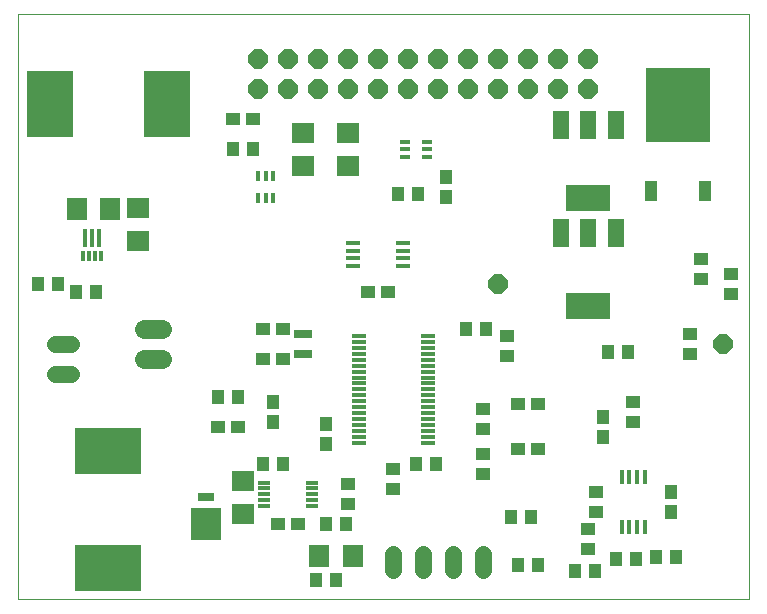
<source format=gts>
G75*
%MOIN*%
%OFA0B0*%
%FSLAX24Y24*%
%IPPOS*%
%LPD*%
%AMOC8*
5,1,8,0,0,1.08239X$1,22.5*
%
%ADD10C,0.0000*%
%ADD11R,0.0473X0.0434*%
%ADD12R,0.0434X0.0473*%
%ADD13R,0.0512X0.0158*%
%ADD14R,0.0750X0.0670*%
%ADD15R,0.2166X0.2481*%
%ADD16R,0.0434X0.0670*%
%ADD17C,0.0580*%
%ADD18C,0.0640*%
%ADD19R,0.0591X0.0316*%
%ADD20R,0.0749X0.0670*%
%ADD21R,0.0670X0.0749*%
%ADD22R,0.0433X0.0157*%
%ADD23R,0.0170X0.0640*%
%ADD24R,0.0170X0.0340*%
%ADD25R,0.0177X0.0354*%
%ADD26R,0.0354X0.0177*%
%ADD27R,0.1556X0.2205*%
%ADD28R,0.2205X0.1556*%
%ADD29R,0.1040X0.1090*%
%ADD30R,0.0540X0.0290*%
%ADD31OC8,0.0640*%
%ADD32R,0.0520X0.0920*%
%ADD33R,0.1457X0.0906*%
%ADD34R,0.0158X0.0512*%
%ADD35R,0.0670X0.0750*%
D10*
X000630Y000630D02*
X000630Y020126D01*
X025000Y020126D01*
X025000Y000630D01*
X000630Y000630D01*
D11*
X007295Y006380D03*
X007965Y006380D03*
X008795Y008630D03*
X009465Y008630D03*
X009465Y009630D03*
X008795Y009630D03*
X012295Y010880D03*
X012965Y010880D03*
X016930Y009415D03*
X016930Y008745D03*
X017295Y007130D03*
X017965Y007130D03*
X016130Y006965D03*
X016130Y006295D03*
X016130Y005465D03*
X016130Y004795D03*
X017295Y005630D03*
X017965Y005630D03*
X019880Y004215D03*
X019880Y003545D03*
X019630Y002965D03*
X019630Y002295D03*
X021130Y006545D03*
X021130Y007215D03*
X023030Y008795D03*
X023030Y009465D03*
X024380Y010795D03*
X024380Y011465D03*
X023380Y011295D03*
X023380Y011965D03*
X013130Y004965D03*
X013130Y004295D03*
X011630Y004465D03*
X011630Y003795D03*
X009965Y003130D03*
X009295Y003130D03*
X008465Y016630D03*
X007795Y016630D03*
D12*
X007795Y015630D03*
X008465Y015630D03*
X013295Y014130D03*
X013965Y014130D03*
X014880Y014045D03*
X014880Y014715D03*
X015545Y009630D03*
X016215Y009630D03*
X020295Y008880D03*
X020965Y008880D03*
X020130Y006715D03*
X020130Y006045D03*
X022380Y004215D03*
X022380Y003545D03*
X022565Y002030D03*
X021895Y002030D03*
X021215Y001980D03*
X020545Y001980D03*
X019865Y001580D03*
X019195Y001580D03*
X017965Y001780D03*
X017295Y001780D03*
X017045Y003380D03*
X017715Y003380D03*
X014565Y005130D03*
X013895Y005130D03*
X011565Y003130D03*
X010895Y003130D03*
X011215Y001280D03*
X010545Y001280D03*
X009465Y005130D03*
X008795Y005130D03*
X009130Y006545D03*
X009130Y007215D03*
X007965Y007380D03*
X007295Y007380D03*
X010880Y006465D03*
X010880Y005795D03*
X003215Y010880D03*
X002545Y010880D03*
X001965Y011130D03*
X001295Y011130D03*
D13*
X011798Y011747D03*
X011798Y012002D03*
X011798Y012258D03*
X011798Y012514D03*
X013461Y012514D03*
X013461Y012258D03*
X013461Y012002D03*
X013461Y011747D03*
X014272Y009402D03*
X014272Y009205D03*
X014272Y009008D03*
X014272Y008811D03*
X014272Y008614D03*
X014272Y008417D03*
X014272Y008221D03*
X014272Y008024D03*
X014272Y007827D03*
X014272Y007630D03*
X014272Y007433D03*
X014272Y007236D03*
X014272Y007039D03*
X014272Y006843D03*
X014272Y006646D03*
X014272Y006449D03*
X014272Y006252D03*
X014272Y006055D03*
X014272Y005858D03*
X011988Y005858D03*
X011988Y006055D03*
X011988Y006252D03*
X011988Y006449D03*
X011988Y006646D03*
X011988Y006843D03*
X011988Y007039D03*
X011988Y007236D03*
X011988Y007433D03*
X011988Y007630D03*
X011988Y007827D03*
X011988Y008024D03*
X011988Y008221D03*
X011988Y008417D03*
X011988Y008614D03*
X011988Y008811D03*
X011988Y009008D03*
X011988Y009205D03*
X011988Y009402D03*
D14*
X011630Y015070D03*
X011630Y016190D03*
X010130Y016190D03*
X010130Y015070D03*
D15*
X022630Y017114D03*
D16*
X021732Y014240D03*
X023528Y014240D03*
D17*
X016130Y002150D02*
X016130Y001610D01*
X015130Y001610D02*
X015130Y002150D01*
X014130Y002150D02*
X014130Y001610D01*
X013130Y001610D02*
X013130Y002150D01*
X002400Y008130D02*
X001860Y008130D01*
X001860Y009130D02*
X002400Y009130D01*
D18*
X004830Y008630D02*
X005430Y008630D01*
X005430Y009630D02*
X004830Y009630D01*
D19*
X010130Y009465D03*
X010130Y008795D03*
D20*
X008130Y004581D03*
X008130Y003479D03*
X004630Y012579D03*
X004630Y013681D03*
D21*
X003681Y013630D03*
X002579Y013630D03*
D22*
X008823Y004524D03*
X008823Y004327D03*
X008823Y004130D03*
X008823Y003933D03*
X008823Y003736D03*
X010437Y003736D03*
X010437Y003933D03*
X010437Y004130D03*
X010437Y004327D03*
X010437Y004524D03*
D23*
X003321Y012680D03*
X003085Y012680D03*
X002849Y012680D03*
D24*
X002789Y012090D03*
X002986Y012090D03*
X003183Y012090D03*
X003380Y012090D03*
D25*
X008624Y014006D03*
X008880Y014006D03*
X009136Y014006D03*
X009136Y014754D03*
X008880Y014754D03*
X008624Y014754D03*
D26*
X013506Y015374D03*
X013506Y015630D03*
X013506Y015886D03*
X014254Y015886D03*
X014254Y015630D03*
X014254Y015374D03*
D27*
X005589Y017130D03*
X001671Y017130D03*
D28*
X003630Y005589D03*
X003630Y001671D03*
D29*
X006880Y003126D03*
D30*
X006880Y004055D03*
D31*
X016630Y011130D03*
X024130Y009130D03*
X019630Y017630D03*
X019630Y018630D03*
X018630Y018630D03*
X018630Y017630D03*
X017630Y017630D03*
X017630Y018630D03*
X016630Y018630D03*
X016630Y017630D03*
X015630Y017630D03*
X015630Y018630D03*
X014630Y018630D03*
X014630Y017630D03*
X013630Y017630D03*
X012630Y017630D03*
X012630Y018630D03*
X013630Y018630D03*
X011630Y018630D03*
X011630Y017630D03*
X010630Y017630D03*
X010630Y018630D03*
X009630Y018630D03*
X009630Y017630D03*
X008630Y017630D03*
X008630Y018630D03*
D32*
X018720Y016450D03*
X019630Y016450D03*
X020540Y016450D03*
X020540Y012850D03*
X019630Y012850D03*
X018720Y012850D03*
D33*
X019630Y014010D03*
X019630Y010410D03*
D34*
X020746Y004711D03*
X021002Y004711D03*
X021258Y004711D03*
X021513Y004711D03*
X021513Y003048D03*
X021258Y003048D03*
X021002Y003048D03*
X020746Y003048D03*
D35*
X011790Y002080D03*
X010670Y002080D03*
M02*

</source>
